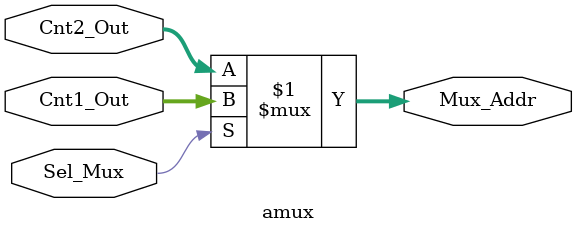
<source format=sv>
module amux (
  input   logic [7:0] Cnt1_Out,
  input   logic [7:0] Cnt2_Out,
  input   logic       Sel_Mux,
  output  logic [7:0] Mux_Addr
);

assign Mux_Addr = Sel_Mux ? Cnt1_Out : Cnt2_Out;

endmodule
</source>
